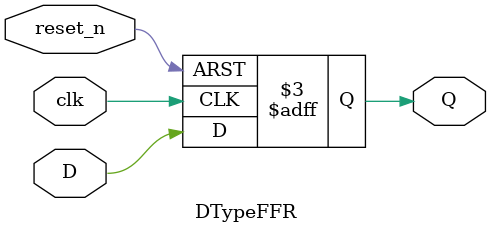
<source format=v>
module DTypeFFR(
	input clk,
	input reset_n,
	input D,
	output reg Q
	//need to define as a register or it will default ot a wire and you cant procedurally assign a wire
);

 
	always @ (posedge clk or negedge reset_n) begin //clk and reset in the same always block as they both deal with q
		
		if(reset_n == 1'b0) //to reset the device as reset is active low, if it is low then we need to reset it, and set q to 1
		
			Q <= 1'b0; 
		
		else
		
			Q <= D; //can't manipulate q in two differnt always blocks
		

	end

	

endmodule 


</source>
